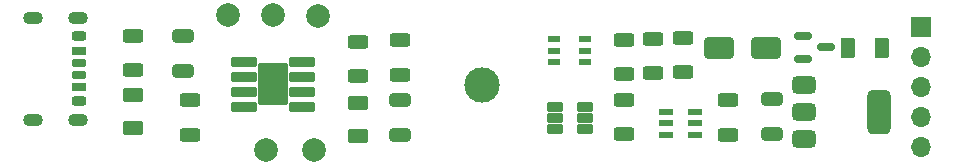
<source format=gbr>
%TF.GenerationSoftware,KiCad,Pcbnew,8.0.6*%
%TF.CreationDate,2024-10-22T16:45:09+02:00*%
%TF.ProjectId,BMU,424d552e-6b69-4636-9164-5f7063625858,rev?*%
%TF.SameCoordinates,Original*%
%TF.FileFunction,Soldermask,Top*%
%TF.FilePolarity,Negative*%
%FSLAX46Y46*%
G04 Gerber Fmt 4.6, Leading zero omitted, Abs format (unit mm)*
G04 Created by KiCad (PCBNEW 8.0.6) date 2024-10-22 16:45:09*
%MOMM*%
%LPD*%
G01*
G04 APERTURE LIST*
G04 Aperture macros list*
%AMRoundRect*
0 Rectangle with rounded corners*
0 $1 Rounding radius*
0 $2 $3 $4 $5 $6 $7 $8 $9 X,Y pos of 4 corners*
0 Add a 4 corners polygon primitive as box body*
4,1,4,$2,$3,$4,$5,$6,$7,$8,$9,$2,$3,0*
0 Add four circle primitives for the rounded corners*
1,1,$1+$1,$2,$3*
1,1,$1+$1,$4,$5*
1,1,$1+$1,$6,$7*
1,1,$1+$1,$8,$9*
0 Add four rect primitives between the rounded corners*
20,1,$1+$1,$2,$3,$4,$5,0*
20,1,$1+$1,$4,$5,$6,$7,0*
20,1,$1+$1,$6,$7,$8,$9,0*
20,1,$1+$1,$8,$9,$2,$3,0*%
G04 Aperture macros list end*
%ADD10C,3.000000*%
%ADD11RoundRect,0.175000X-0.425000X0.175000X-0.425000X-0.175000X0.425000X-0.175000X0.425000X0.175000X0*%
%ADD12RoundRect,0.190000X0.410000X-0.190000X0.410000X0.190000X-0.410000X0.190000X-0.410000X-0.190000X0*%
%ADD13RoundRect,0.200000X0.400000X-0.200000X0.400000X0.200000X-0.400000X0.200000X-0.400000X-0.200000X0*%
%ADD14RoundRect,0.175000X0.425000X-0.175000X0.425000X0.175000X-0.425000X0.175000X-0.425000X-0.175000X0*%
%ADD15RoundRect,0.190000X-0.410000X0.190000X-0.410000X-0.190000X0.410000X-0.190000X0.410000X0.190000X0*%
%ADD16RoundRect,0.200000X-0.400000X0.200000X-0.400000X-0.200000X0.400000X-0.200000X0.400000X0.200000X0*%
%ADD17O,1.700000X1.100000*%
%ADD18RoundRect,0.250000X0.625000X-0.375000X0.625000X0.375000X-0.625000X0.375000X-0.625000X-0.375000X0*%
%ADD19RoundRect,0.250000X-0.625000X0.312500X-0.625000X-0.312500X0.625000X-0.312500X0.625000X0.312500X0*%
%ADD20R,1.700000X1.700000*%
%ADD21O,1.700000X1.700000*%
%ADD22C,2.000000*%
%ADD23RoundRect,0.250000X-0.650000X0.325000X-0.650000X-0.325000X0.650000X-0.325000X0.650000X0.325000X0*%
%ADD24RoundRect,0.250000X0.625000X-0.312500X0.625000X0.312500X-0.625000X0.312500X-0.625000X-0.312500X0*%
%ADD25RoundRect,0.102000X0.605000X0.295000X-0.605000X0.295000X-0.605000X-0.295000X0.605000X-0.295000X0*%
%ADD26RoundRect,0.375000X-0.625000X-0.375000X0.625000X-0.375000X0.625000X0.375000X-0.625000X0.375000X0*%
%ADD27RoundRect,0.500000X-0.500000X-1.400000X0.500000X-1.400000X0.500000X1.400000X-0.500000X1.400000X0*%
%ADD28R,1.150000X0.600000*%
%ADD29RoundRect,0.250000X1.000000X0.650000X-1.000000X0.650000X-1.000000X-0.650000X1.000000X-0.650000X0*%
%ADD30RoundRect,0.250000X0.375000X0.625000X-0.375000X0.625000X-0.375000X-0.625000X0.375000X-0.625000X0*%
%ADD31RoundRect,0.100500X-0.986500X-0.301500X0.986500X-0.301500X0.986500X0.301500X-0.986500X0.301500X0*%
%ADD32RoundRect,0.102000X-1.206500X-1.651000X1.206500X-1.651000X1.206500X1.651000X-1.206500X1.651000X0*%
%ADD33RoundRect,0.150000X-0.587500X-0.150000X0.587500X-0.150000X0.587500X0.150000X-0.587500X0.150000X0*%
%ADD34R,0.977900X0.558800*%
G04 APERTURE END LIST*
D10*
%TO.C,TP1*%
X101577701Y-59698208D03*
%TD*%
D11*
%TO.C,J1*%
X67380000Y-57795000D03*
D12*
X67380000Y-59815000D03*
D13*
X67380000Y-61045000D03*
D14*
X67380000Y-58795000D03*
D15*
X67380000Y-56775000D03*
D16*
X67380000Y-55545000D03*
D17*
X67300000Y-53975000D03*
X63500000Y-53975000D03*
X67300000Y-62615000D03*
X63500000Y-62615000D03*
%TD*%
D18*
%TO.C,D2*%
X91000000Y-64000000D03*
X91000000Y-61200000D03*
%TD*%
D19*
%TO.C,R7*%
X118593677Y-55687500D03*
X118593677Y-58612500D03*
%TD*%
D20*
%TO.C,J2*%
X138675172Y-54804082D03*
D21*
X138675172Y-57344082D03*
X138675172Y-59884082D03*
X138675172Y-62424082D03*
X138675172Y-64964082D03*
%TD*%
D22*
%TO.C,hsup1*%
X83274188Y-65202788D03*
%TD*%
D19*
%TO.C,R8*%
X113596726Y-60943677D03*
X113596726Y-63868677D03*
%TD*%
D23*
%TO.C,C2*%
X94615000Y-60960000D03*
X94615000Y-63910000D03*
%TD*%
D19*
%TO.C,R4*%
X94615000Y-55880000D03*
X94615000Y-58805000D03*
%TD*%
D24*
%TO.C,R5*%
X113596726Y-58788677D03*
X113596726Y-55863677D03*
%TD*%
D22*
%TO.C,n2g1*%
X83820000Y-53763338D03*
%TD*%
%TO.C,gate1*%
X87324188Y-65202788D03*
%TD*%
D19*
%TO.C,R1*%
X72000000Y-55500000D03*
X72000000Y-58425000D03*
%TD*%
%TO.C,R3*%
X76835000Y-60960000D03*
X76835000Y-63885000D03*
%TD*%
D22*
%TO.C,n2s1*%
X80010000Y-53763338D03*
%TD*%
%TO.C,n1g1*%
X87630000Y-53869172D03*
%TD*%
D25*
%TO.C,U1*%
X110241726Y-63439400D03*
X110241726Y-62489400D03*
X110241726Y-61539400D03*
X107731726Y-61539400D03*
X107731726Y-62489400D03*
X107731726Y-63439400D03*
%TD*%
D26*
%TO.C,Q3*%
X128836726Y-59673677D03*
X128836726Y-61973677D03*
D27*
X135136726Y-61973677D03*
D26*
X128836726Y-64273677D03*
%TD*%
D28*
%TO.C,IC1*%
X117111948Y-61985000D03*
X117111948Y-62935000D03*
X117111948Y-63885000D03*
X119611948Y-63885000D03*
X119611948Y-62935000D03*
X119611948Y-61985000D03*
%TD*%
D29*
%TO.C,D4*%
X125578677Y-56515000D03*
X121578677Y-56515000D03*
%TD*%
D23*
%TO.C,C1*%
X76200000Y-55550000D03*
X76200000Y-58500000D03*
%TD*%
D19*
%TO.C,Rpull1*%
X122403677Y-60960000D03*
X122403677Y-63885000D03*
%TD*%
D30*
%TO.C,F1*%
X135363677Y-56515000D03*
X132563677Y-56515000D03*
%TD*%
D18*
%TO.C,D1*%
X72000000Y-63300000D03*
X72000000Y-60500000D03*
%TD*%
D31*
%TO.C,U2*%
X81345000Y-57720000D03*
X81345000Y-58990000D03*
X81345000Y-60260000D03*
X81345000Y-61530000D03*
X86295000Y-61530000D03*
X86295000Y-60260000D03*
X86295000Y-58990000D03*
X86295000Y-57720000D03*
D32*
X83820000Y-59625000D03*
%TD*%
D33*
%TO.C,Q2*%
X128753677Y-55548677D03*
X128753677Y-57448677D03*
X130628677Y-56498677D03*
%TD*%
D19*
%TO.C,R6*%
X116053677Y-55778383D03*
X116053677Y-58703383D03*
%TD*%
D23*
%TO.C,C3*%
X126062533Y-60850402D03*
X126062533Y-63800402D03*
%TD*%
D19*
%TO.C,R2*%
X91000000Y-56000000D03*
X91000000Y-58925000D03*
%TD*%
D34*
%TO.C,Q1*%
X107592026Y-55824400D03*
X107592026Y-56774401D03*
X107592026Y-57724402D03*
X110271726Y-57724402D03*
X110271726Y-56774401D03*
X110271726Y-55824400D03*
%TD*%
M02*

</source>
